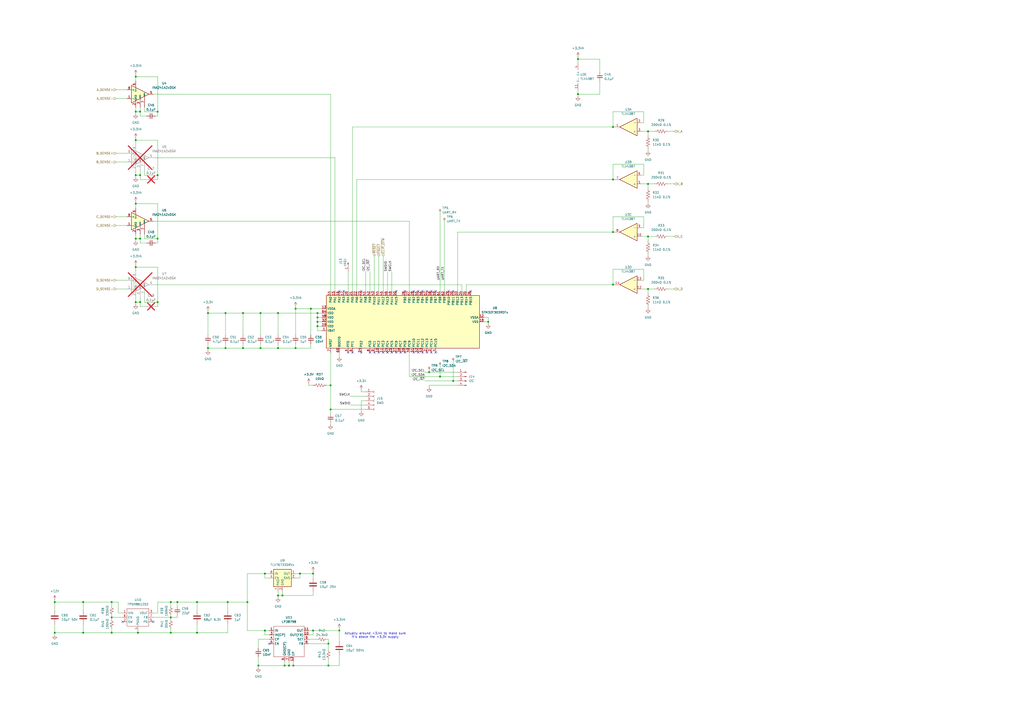
<source format=kicad_sch>
(kicad_sch (version 20231120) (generator "eeschema") (generator_version "8.0")
  (paper "A2")
  (junction (at 99.06 367.03))
  (junction (at 151.13 181.61))
  (junction (at 64.77 349.25))
  (junction (at 161.29 201.93))
  (junction (at 170.18 386.08))
  (junction (at 31.75 367.03))
  (junction (at 153.67 365.76))
  (junction (at 78.74 44.45))
  (junction (at 81.28 64.77))
  (junction (at 140.97 201.93))
  (junction (at 375.92 106.68))
  (junction (at 375.92 167.64))
  (junction (at 78.74 64.77))
  (junction (at 64.77 358.14))
  (junction (at 149.86 386.08))
  (junction (at 255.27 218.44))
  (junction (at 151.13 201.93))
  (junction (at 262.89 220.98))
  (junction (at 355.6 165.1))
  (junction (at 355.6 134.62))
  (junction (at 143.51 349.25))
  (junction (at 335.28 34.29))
  (junction (at 81.28 175.26))
  (junction (at 114.3 367.03))
  (junction (at 181.61 332.74))
  (junction (at 184.15 189.23))
  (junction (at 283.21 186.69))
  (junction (at 91.44 138.43))
  (junction (at 190.5 386.08))
  (junction (at 78.74 81.28))
  (junction (at 120.65 181.61))
  (junction (at 91.44 101.6))
  (junction (at 120.65 201.93))
  (junction (at 78.74 154.94))
  (junction (at 375.92 76.2))
  (junction (at 184.15 184.15))
  (junction (at 191.77 237.49))
  (junction (at 81.28 101.6))
  (junction (at 180.34 179.07))
  (junction (at 78.74 175.26))
  (junction (at 171.45 201.93))
  (junction (at 173.99 332.74))
  (junction (at 130.81 181.61))
  (junction (at 48.26 367.03))
  (junction (at 140.97 181.61))
  (junction (at 181.61 365.76))
  (junction (at 167.64 386.08))
  (junction (at 114.3 349.25))
  (junction (at 184.15 181.61))
  (junction (at 163.83 345.44))
  (junction (at 102.87 349.25))
  (junction (at 375.92 137.16))
  (junction (at 355.6 73.66))
  (junction (at 190.5 373.38))
  (junction (at 31.75 349.25))
  (junction (at 64.77 367.03))
  (junction (at 165.1 386.08))
  (junction (at 91.44 175.26))
  (junction (at 171.45 179.07))
  (junction (at 161.29 181.61))
  (junction (at 184.15 186.69))
  (junction (at 48.26 349.25))
  (junction (at 196.85 365.76))
  (junction (at 78.74 138.43))
  (junction (at 81.28 138.43))
  (junction (at 335.28 54.61))
  (junction (at 132.08 349.25))
  (junction (at 355.6 104.14))
  (junction (at 99.06 349.25))
  (junction (at 80.01 367.03))
  (junction (at 99.06 358.14))
  (junction (at 191.77 223.52))
  (junction (at 78.74 118.11))
  (junction (at 153.67 332.74))
  (junction (at 91.44 64.77))
  (junction (at 130.81 201.93))
  (junction (at 248.92 215.9))
  (junction (at 161.29 345.44))
  (junction (at 78.74 101.6))
  (no_connect (at 240.03 204.47))
  (no_connect (at 229.87 204.47))
  (no_connect (at 250.19 204.47))
  (no_connect (at 219.71 204.47))
  (no_connect (at 242.57 168.91))
  (no_connect (at 250.19 168.91))
  (no_connect (at 201.93 204.47))
  (no_connect (at 71.12 360.68))
  (no_connect (at 156.21 373.38))
  (no_connect (at 196.85 168.91))
  (no_connect (at 273.05 168.91))
  (no_connect (at 227.33 204.47))
  (no_connect (at 224.79 204.47))
  (no_connect (at 260.35 168.91))
  (no_connect (at 262.89 168.91))
  (no_connect (at 229.87 168.91))
  (no_connect (at 88.9 360.68))
  (no_connect (at 252.73 204.47))
  (no_connect (at 209.55 204.47))
  (no_connect (at 214.63 204.47))
  (no_connect (at 199.39 168.91))
  (no_connect (at 245.11 168.91))
  (no_connect (at 232.41 204.47))
  (no_connect (at 234.95 168.91))
  (no_connect (at 234.95 204.47))
  (no_connect (at 217.17 204.47))
  (no_connect (at 240.03 168.91))
  (no_connect (at 242.57 204.47))
  (no_connect (at 209.55 168.91))
  (no_connect (at 245.11 204.47))
  (no_connect (at 222.25 204.47))
  (no_connect (at 247.65 204.47))
  (no_connect (at 247.65 168.91))
  (no_connect (at 204.47 204.47))
  (no_connect (at 252.73 168.91))
  (wire (pts (xy 88.9 358.14) (xy 99.06 358.14)))
  (wire (pts (xy 356.87 104.14) (xy 355.6 104.14)))
  (wire (pts (xy 373.38 132.08) (xy 372.11 132.08)))
  (wire (pts (xy 143.51 332.74) (xy 143.51 349.25)))
  (wire (pts (xy 78.74 138.43) (xy 78.74 139.7)))
  (wire (pts (xy 81.28 64.77) (xy 78.74 64.77)))
  (wire (pts (xy 191.77 237.49) (xy 191.77 223.52)))
  (wire (pts (xy 78.74 116.84) (xy 78.74 118.11)))
  (wire (pts (xy 156.21 335.28) (xy 153.67 335.28)))
  (wire (pts (xy 280.67 184.15) (xy 283.21 184.15)))
  (wire (pts (xy 91.44 44.45) (xy 78.74 44.45)))
  (wire (pts (xy 237.49 204.47) (xy 237.49 218.44)))
  (wire (pts (xy 143.51 349.25) (xy 132.08 349.25)))
  (wire (pts (xy 181.61 331.47) (xy 181.61 332.74)))
  (wire (pts (xy 209.55 226.06) (xy 209.55 227.33)))
  (wire (pts (xy 372.11 76.2) (xy 375.92 76.2)))
  (wire (pts (xy 161.29 201.93) (xy 151.13 201.93)))
  (wire (pts (xy 90.17 104.14) (xy 91.44 104.14)))
  (wire (pts (xy 78.74 153.67) (xy 78.74 154.94)))
  (wire (pts (xy 31.75 367.03) (xy 31.75 368.3)))
  (wire (pts (xy 171.45 177.8) (xy 171.45 179.07)))
  (wire (pts (xy 255.27 210.82) (xy 255.27 218.44)))
  (wire (pts (xy 203.2 229.87) (xy 212.09 229.87)))
  (wire (pts (xy 212.09 232.41) (xy 209.55 232.41)))
  (wire (pts (xy 140.97 181.61) (xy 151.13 181.61)))
  (wire (pts (xy 184.15 191.77) (xy 184.15 189.23)))
  (wire (pts (xy 161.29 345.44) (xy 163.83 345.44)))
  (wire (pts (xy 181.61 368.3) (xy 181.61 365.76)))
  (wire (pts (xy 373.38 95.25) (xy 373.38 101.6)))
  (wire (pts (xy 163.83 345.44) (xy 163.83 342.9)))
  (wire (pts (xy 91.44 355.6) (xy 91.44 349.25)))
  (wire (pts (xy 335.28 54.61) (xy 335.28 55.88)))
  (wire (pts (xy 375.92 167.64) (xy 379.73 167.64)))
  (wire (pts (xy 190.5 370.84) (xy 190.5 373.38)))
  (wire (pts (xy 130.81 201.93) (xy 120.65 201.93)))
  (wire (pts (xy 161.29 199.39) (xy 161.29 201.93)))
  (wire (pts (xy 78.74 62.23) (xy 78.74 64.77)))
  (wire (pts (xy 130.81 199.39) (xy 130.81 201.93)))
  (wire (pts (xy 153.67 335.28) (xy 153.67 332.74)))
  (wire (pts (xy 48.26 349.25) (xy 48.26 354.33)))
  (wire (pts (xy 209.55 232.41) (xy 209.55 238.76)))
  (wire (pts (xy 48.26 361.95) (xy 48.26 367.03)))
  (wire (pts (xy 67.31 167.64) (xy 73.66 167.64)))
  (wire (pts (xy 99.06 358.14) (xy 99.06 359.41)))
  (wire (pts (xy 173.99 335.28) (xy 173.99 332.74)))
  (wire (pts (xy 170.18 383.54) (xy 170.18 386.08)))
  (wire (pts (xy 180.34 179.07) (xy 180.34 194.31)))
  (wire (pts (xy 83.82 99.06) (xy 83.82 101.6)))
  (wire (pts (xy 375.92 137.16) (xy 379.73 137.16)))
  (wire (pts (xy 91.44 349.25) (xy 99.06 349.25)))
  (wire (pts (xy 204.47 168.91) (xy 204.47 73.66)))
  (wire (pts (xy 237.49 218.44) (xy 255.27 218.44)))
  (wire (pts (xy 387.35 167.64) (xy 391.16 167.64)))
  (wire (pts (xy 64.77 356.87) (xy 64.77 358.14)))
  (wire (pts (xy 171.45 179.07) (xy 180.34 179.07)))
  (wire (pts (xy 171.45 335.28) (xy 173.99 335.28)))
  (wire (pts (xy 140.97 201.93) (xy 130.81 201.93)))
  (wire (pts (xy 265.43 134.62) (xy 355.6 134.62)))
  (wire (pts (xy 171.45 332.74) (xy 173.99 332.74)))
  (wire (pts (xy 68.58 349.25) (xy 64.77 349.25)))
  (wire (pts (xy 149.86 381) (xy 149.86 386.08)))
  (wire (pts (xy 31.75 347.98) (xy 31.75 349.25)))
  (wire (pts (xy 156.21 332.74) (xy 153.67 332.74)))
  (wire (pts (xy 83.82 138.43) (xy 91.44 138.43)))
  (wire (pts (xy 156.21 365.76) (xy 153.67 365.76)))
  (wire (pts (xy 246.38 215.9) (xy 248.92 215.9)))
  (wire (pts (xy 375.92 106.68) (xy 379.73 106.68)))
  (wire (pts (xy 194.31 91.44) (xy 194.31 168.91)))
  (wire (pts (xy 132.08 367.03) (xy 114.3 367.03)))
  (wire (pts (xy 196.85 372.11) (xy 196.85 365.76)))
  (wire (pts (xy 219.71 148.59) (xy 219.71 168.91)))
  (wire (pts (xy 186.69 186.69) (xy 184.15 186.69)))
  (wire (pts (xy 246.38 220.98) (xy 262.89 220.98)))
  (wire (pts (xy 355.6 165.1) (xy 356.87 165.1)))
  (wire (pts (xy 355.6 134.62) (xy 355.6 125.73)))
  (wire (pts (xy 78.74 64.77) (xy 78.74 66.04)))
  (wire (pts (xy 355.6 156.21) (xy 355.6 165.1)))
  (wire (pts (xy 91.44 177.8) (xy 91.44 175.26)))
  (wire (pts (xy 83.82 172.72) (xy 83.82 175.26)))
  (wire (pts (xy 85.09 104.14) (xy 81.28 104.14)))
  (wire (pts (xy 91.44 118.11) (xy 78.74 118.11)))
  (wire (pts (xy 186.69 191.77) (xy 184.15 191.77)))
  (wire (pts (xy 81.28 140.97) (xy 81.28 138.43)))
  (wire (pts (xy 99.06 364.49) (xy 99.06 367.03)))
  (wire (pts (xy 373.38 156.21) (xy 355.6 156.21)))
  (wire (pts (xy 67.31 57.15) (xy 73.66 57.15)))
  (wire (pts (xy 270.51 168.91) (xy 270.51 165.1)))
  (wire (pts (xy 132.08 361.95) (xy 132.08 367.03)))
  (wire (pts (xy 203.2 234.95) (xy 212.09 234.95)))
  (wire (pts (xy 181.61 345.44) (xy 163.83 345.44)))
  (wire (pts (xy 335.28 34.29) (xy 335.28 36.83)))
  (wire (pts (xy 68.58 355.6) (xy 68.58 349.25)))
  (wire (pts (xy 102.87 358.14) (xy 99.06 358.14)))
  (wire (pts (xy 90.17 177.8) (xy 91.44 177.8)))
  (wire (pts (xy 99.06 358.14) (xy 99.06 356.87)))
  (wire (pts (xy 375.92 76.2) (xy 379.73 76.2)))
  (wire (pts (xy 114.3 367.03) (xy 99.06 367.03)))
  (wire (pts (xy 283.21 184.15) (xy 283.21 186.69)))
  (wire (pts (xy 83.82 175.26) (xy 91.44 175.26)))
  (wire (pts (xy 207.01 104.14) (xy 355.6 104.14)))
  (wire (pts (xy 78.74 175.26) (xy 78.74 176.53)))
  (wire (pts (xy 132.08 349.25) (xy 132.08 354.33)))
  (wire (pts (xy 130.81 181.61) (xy 130.81 194.31)))
  (wire (pts (xy 255.27 218.44) (xy 265.43 218.44)))
  (wire (pts (xy 85.09 177.8) (xy 81.28 177.8)))
  (wire (pts (xy 167.64 383.54) (xy 167.64 386.08)))
  (wire (pts (xy 114.3 349.25) (xy 114.3 354.33)))
  (wire (pts (xy 335.28 33.02) (xy 335.28 34.29)))
  (wire (pts (xy 81.28 67.31) (xy 81.28 64.77)))
  (wire (pts (xy 375.92 86.36) (xy 375.92 87.63)))
  (wire (pts (xy 149.86 386.08) (xy 165.1 386.08)))
  (wire (pts (xy 170.18 386.08) (xy 167.64 386.08)))
  (wire (pts (xy 191.77 237.49) (xy 191.77 240.03)))
  (wire (pts (xy 184.15 184.15) (xy 184.15 181.61)))
  (wire (pts (xy 83.82 135.89) (xy 83.82 138.43)))
  (wire (pts (xy 196.85 379.73) (xy 196.85 386.08)))
  (wire (pts (xy 78.74 172.72) (xy 78.74 175.26)))
  (wire (pts (xy 78.74 118.11) (xy 78.74 120.65)))
  (wire (pts (xy 191.77 245.11) (xy 191.77 246.38)))
  (wire (pts (xy 375.92 106.68) (xy 375.92 109.22)))
  (wire (pts (xy 181.61 332.74) (xy 181.61 335.28)))
  (wire (pts (xy 207.01 168.91) (xy 207.01 104.14)))
  (wire (pts (xy 196.85 204.47) (xy 196.85 207.01)))
  (wire (pts (xy 81.28 62.23) (xy 81.28 64.77)))
  (wire (pts (xy 191.77 168.91) (xy 191.77 54.61)))
  (wire (pts (xy 78.74 99.06) (xy 78.74 101.6)))
  (wire (pts (xy 191.77 54.61) (xy 88.9 54.61)))
  (wire (pts (xy 373.38 162.56) (xy 373.38 156.21)))
  (wire (pts (xy 81.28 177.8) (xy 81.28 175.26)))
  (wire (pts (xy 180.34 199.39) (xy 180.34 201.93)))
  (wire (pts (xy 120.65 199.39) (xy 120.65 201.93)))
  (wire (pts (xy 375.92 116.84) (xy 375.92 118.11)))
  (wire (pts (xy 267.97 165.1) (xy 267.97 168.91)))
  (wire (pts (xy 153.67 365.76) (xy 143.51 365.76)))
  (wire (pts (xy 167.64 386.08) (xy 165.1 386.08)))
  (wire (pts (xy 179.07 370.84) (xy 184.15 370.84)))
  (wire (pts (xy 78.74 43.18) (xy 78.74 44.45)))
  (wire (pts (xy 88.9 355.6) (xy 91.44 355.6)))
  (wire (pts (xy 375.92 137.16) (xy 375.92 139.7)))
  (wire (pts (xy 255.27 121.92) (xy 255.27 168.91)))
  (wire (pts (xy 355.6 64.77) (xy 373.38 64.77)))
  (wire (pts (xy 335.28 52.07) (xy 335.28 54.61)))
  (wire (pts (xy 191.77 223.52) (xy 191.77 204.47)))
  (wire (pts (xy 88.9 165.1) (xy 267.97 165.1)))
  (wire (pts (xy 355.6 73.66) (xy 355.6 64.77)))
  (wire (pts (xy 78.74 44.45) (xy 78.74 46.99)))
  (wire (pts (xy 64.77 349.25) (xy 64.77 351.79)))
  (wire (pts (xy 90.17 67.31) (xy 91.44 67.31)))
  (wire (pts (xy 335.28 54.61) (xy 347.98 54.61)))
  (wire (pts (xy 149.86 370.84) (xy 149.86 375.92)))
  (wire (pts (xy 78.74 80.01) (xy 78.74 81.28)))
  (wire (pts (xy 91.44 104.14) (xy 91.44 101.6)))
  (wire (pts (xy 387.35 106.68) (xy 391.16 106.68)))
  (wire (pts (xy 375.92 167.64) (xy 375.92 170.18)))
  (wire (pts (xy 81.28 99.06) (xy 81.28 101.6)))
  (wire (pts (xy 372.11 137.16) (xy 375.92 137.16)))
  (wire (pts (xy 102.87 349.25) (xy 114.3 349.25)))
  (wire (pts (xy 64.77 367.03) (xy 80.01 367.03)))
  (wire (pts (xy 102.87 356.87) (xy 102.87 358.14)))
  (wire (pts (xy 373.38 125.73) (xy 373.38 132.08)))
  (wire (pts (xy 186.69 189.23) (xy 184.15 189.23)))
  (wire (pts (xy 355.6 104.14) (xy 355.6 95.25)))
  (wire (pts (xy 222.25 148.59) (xy 222.25 168.91)))
  (wire (pts (xy 120.65 180.34) (xy 120.65 181.61)))
  (wire (pts (xy 184.15 186.69) (xy 184.15 184.15)))
  (wire (pts (xy 99.06 349.25) (xy 99.06 351.79)))
  (wire (pts (xy 270.51 165.1) (xy 355.6 165.1)))
  (wire (pts (xy 173.99 332.74) (xy 181.61 332.74)))
  (wire (pts (xy 161.29 181.61) (xy 184.15 181.61)))
  (wire (pts (xy 189.23 223.52) (xy 191.77 223.52)))
  (wire (pts (xy 31.75 349.25) (xy 31.75 354.33)))
  (wire (pts (xy 91.44 64.77) (xy 91.44 44.45)))
  (wire (pts (xy 91.44 81.28) (xy 78.74 81.28)))
  (wire (pts (xy 170.18 386.08) (xy 190.5 386.08)))
  (wire (pts (xy 81.28 175.26) (xy 78.74 175.26)))
  (wire (pts (xy 248.92 223.52) (xy 248.92 224.79)))
  (wire (pts (xy 91.44 154.94) (xy 78.74 154.94)))
  (wire (pts (xy 161.29 181.61) (xy 161.29 194.31)))
  (wire (pts (xy 120.65 181.61) (xy 120.65 194.31)))
  (wire (pts (xy 204.47 73.66) (xy 355.6 73.66)))
  (wire (pts (xy 64.77 364.49) (xy 64.77 367.03)))
  (wire (pts (xy 80.01 365.76) (xy 80.01 367.03)))
  (wire (pts (xy 67.31 93.98) (xy 73.66 93.98)))
  (wire (pts (xy 102.87 349.25) (xy 102.87 351.79)))
  (wire (pts (xy 265.43 168.91) (xy 265.43 134.62)))
  (wire (pts (xy 78.74 135.89) (xy 78.74 138.43)))
  (wire (pts (xy 171.45 199.39) (xy 171.45 201.93)))
  (wire (pts (xy 120.65 201.93) (xy 120.65 203.2)))
  (wire (pts (xy 347.98 54.61) (xy 347.98 46.99)))
  (wire (pts (xy 64.77 349.25) (xy 48.26 349.25)))
  (wire (pts (xy 355.6 125.73) (xy 373.38 125.73)))
  (wire (pts (xy 151.13 199.39) (xy 151.13 201.93)))
  (wire (pts (xy 64.77 358.14) (xy 64.77 359.41)))
  (wire (pts (xy 64.77 367.03) (xy 48.26 367.03)))
  (wire (pts (xy 237.49 128.27) (xy 237.49 168.91)))
  (wire (pts (xy 184.15 181.61) (xy 186.69 181.61)))
  (wire (pts (xy 143.51 365.76) (xy 143.51 349.25)))
  (wire (pts (xy 83.82 101.6) (xy 91.44 101.6)))
  (wire (pts (xy 132.08 349.25) (xy 114.3 349.25)))
  (wire (pts (xy 356.87 73.66) (xy 355.6 73.66)))
  (wire (pts (xy 78.74 101.6) (xy 78.74 102.87)))
  (wire (pts (xy 99.06 367.03) (xy 80.01 367.03)))
  (wire (pts (xy 88.9 91.44) (xy 194.31 91.44)))
  (wire (pts (xy 201.93 157.48) (xy 201.93 168.91)))
  (wire (pts (xy 248.92 215.9) (xy 265.43 215.9)))
  (wire (pts (xy 248.92 213.36) (xy 248.92 215.9)))
  (wire (pts (xy 91.44 67.31) (xy 91.44 64.77)))
  (wire (pts (xy 181.61 365.76) (xy 179.07 365.76)))
  (wire (pts (xy 372.11 106.68) (xy 375.92 106.68)))
  (wire (pts (xy 161.29 342.9) (xy 161.29 345.44)))
  (wire (pts (xy 81.28 172.72) (xy 81.28 175.26)))
  (wire (pts (xy 280.67 186.69) (xy 283.21 186.69)))
  (wire (pts (xy 67.31 130.81) (xy 73.66 130.81)))
  (wire (pts (xy 67.31 52.07) (xy 73.66 52.07)))
  (wire (pts (xy 161.29 345.44) (xy 161.29 346.71)))
  (wire (pts (xy 64.77 358.14) (xy 71.12 358.14)))
  (wire (pts (xy 335.28 34.29) (xy 347.98 34.29)))
  (wire (pts (xy 373.38 101.6) (xy 372.11 101.6)))
  (wire (pts (xy 140.97 199.39) (xy 140.97 201.93)))
  (wire (pts (xy 355.6 95.25) (xy 373.38 95.25)))
  (wire (pts (xy 373.38 71.12) (xy 372.11 71.12)))
  (wire (pts (xy 217.17 148.59) (xy 217.17 168.91)))
  (wire (pts (xy 91.44 101.6) (xy 91.44 81.28)))
  (wire (pts (xy 114.3 361.95) (xy 114.3 367.03)))
  (wire (pts (xy 212.09 157.48) (xy 212.09 168.91)))
  (wire (pts (xy 283.21 186.69) (xy 283.21 187.96)))
  (wire (pts (xy 83.82 64.77) (xy 91.44 64.77)))
  (wire (pts (xy 81.28 101.6) (xy 78.74 101.6)))
  (wire (pts (xy 196.85 364.49) (xy 196.85 365.76)))
  (wire (pts (xy 347.98 34.29) (xy 347.98 41.91)))
  (wire (pts (xy 356.87 134.62) (xy 355.6 134.62)))
  (wire (pts (xy 151.13 181.61) (xy 161.29 181.61)))
  (wire (pts (xy 91.44 140.97) (xy 91.44 138.43)))
  (wire (pts (xy 262.89 220.98) (xy 265.43 220.98)))
  (wire (pts (xy 78.74 81.28) (xy 78.74 83.82)))
  (wire (pts (xy 67.31 162.56) (xy 73.66 162.56)))
  (wire (pts (xy 375.92 177.8) (xy 375.92 179.07)))
  (wire (pts (xy 67.31 125.73) (xy 73.66 125.73)))
  (wire (pts (xy 156.21 368.3) (xy 153.67 368.3)))
  (wire (pts (xy 99.06 349.25) (xy 102.87 349.25)))
  (wire (pts (xy 90.17 140.97) (xy 91.44 140.97)))
  (wire (pts (xy 257.81 127) (xy 257.81 168.91)))
  (wire (pts (xy 120.65 181.61) (xy 130.81 181.61)))
  (wire (pts (xy 78.74 154.94) (xy 78.74 157.48)))
  (wire (pts (xy 83.82 62.23) (xy 83.82 64.77)))
  (wire (pts (xy 81.28 104.14) (xy 81.28 101.6)))
  (wire (pts (xy 81.28 135.89) (xy 81.28 138.43)))
  (wire (pts (xy 179.07 373.38) (xy 190.5 373.38)))
  (wire (pts (xy 387.35 137.16) (xy 391.16 137.16)))
  (wire (pts (xy 48.26 349.25) (xy 31.75 349.25)))
  (wire (pts (xy 184.15 189.23) (xy 184.15 186.69)))
  (wire (pts (xy 91.44 138.43) (xy 91.44 118.11)))
  (wire (pts (xy 190.5 373.38) (xy 190.5 377.19)))
  (wire (pts (xy 373.38 162.56) (xy 372.11 162.56)))
  (wire (pts (xy 67.31 88.9) (xy 73.66 88.9)))
  (wire (pts (xy 372.11 167.64) (xy 375.92 167.64)))
  (wire (pts (xy 156.21 370.84) (xy 149.86 370.84)))
  (wire (pts (xy 387.35 76.2) (xy 391.16 76.2)))
  (wire (pts (xy 91.44 175.26) (xy 91.44 154.94)))
  (wire (pts (xy 375.92 76.2) (xy 375.92 78.74)))
  (wire (pts (xy 209.55 227.33) (xy 212.09 227.33)))
  (wire (pts (xy 224.79 157.48) (xy 224.79 168.91)))
  (wire (pts (xy 85.09 67.31) (xy 81.28 67.31)))
  (wire (pts (xy 171.45 194.31) (xy 171.45 179.07)))
  (wire (pts (xy 375.92 147.32) (xy 375.92 148.59)))
  (wire (pts (xy 262.89 208.28) (xy 262.89 220.98)))
  (wire (pts (xy 196.85 386.08) (xy 190.5 386.08)))
  (wire (pts (xy 180.34 179.07) (xy 186.69 179.07)))
  (wire (pts (xy 151.13 201.93) (xy 140.97 201.93)))
  (wire (pts (xy 212.09 237.49) (xy 191.77 237.49)))
  (wire (pts (xy 153.67 332.74) (xy 143.51 332.74)))
  (wire (pts (xy 81.28 138.43) (xy 78.74 138.43)))
  (wire (pts (xy 189.23 370.84) (xy 190.5 370.84)))
  (wire (pts (xy 88.9 128.27) (xy 237.49 128.27)))
  (wire (pts (xy 48.26 367.03) (xy 31.75 367.03)))
  (wire (pts (xy 71.12 355.6) (xy 68.58 355.6)))
  (wire (pts (xy 151.13 181.61) (xy 151.13 194.31)))
  (wire (pts (xy 31.75 367.03) (xy 31.75 361.95)))
  (wire (pts (xy 130.81 181.61) (xy 140.97 181.61)))
  (wire (pts (xy 181.61 342.9) (xy 181.61 345.44)))
  (wire (pts (xy 181.61 365.76) (xy 196.85 365.76)))
  (wire (pts (xy 265.43 223.52) (xy 248.92 223.52)))
  (wire (pts (xy 171.45 201.93) (xy 161.29 201.93)))
  (wire (pts (xy 180.34 201.93) (xy 171.45 201.93)))
  (wire (pts (xy 179.07 223.52) (xy 181.61 223.52)))
  (wire (pts (xy 190.5 382.27) (xy 190.5 386.08)))
  (wire (pts (xy 227.33 157.48) (xy 227.33 168.91)))
  (wire (pts (xy 186.69 184.15) (xy 184.15 184.15)))
  (wire (pts (xy 165.1 386.08) (xy 165.1 383.54)))
  (wire (pts (xy 179.07 368.3) (xy 181.61 368.3)))
  (wire (pts (xy 373.38 64.77) (xy 373.38 71.12)))
  (wire (pts (xy 149.86 386.08) (xy 149.86 387.35)))
  (wire (pts (xy 85.09 140.97) (xy 81.28 140.97)))
  (wire (pts (xy 179.07 222.25) (xy 179.07 223.52)))
  (wire (pts (xy 214.63 157.48) (xy 214.63 168.91)))
  (wire (pts (xy 153.67 368.3) (xy 153.67 365.76)))
  (wire (pts (xy 140.97 181.61) (xy 140.97 194.31)))
  (text "Actually around +3.4V to make sure\nit's above the +3.3V supply" (at 217.678 368.554 0) (effects (font (size 1.27 1.27))))
  (label "I2C_SDA" (at 246.38 218.44 180))
  (label "SWCLK" (at 227.33 157.48 90))
  (label "I2C_SCL" (at 212.09 157.48 90))
  (label "SWDIO" (at 203.2 234.95 180))
  (label "I2C_~{INT}" (at 246.38 220.98 180))
  (label "UART_RX" (at 255.27 162.56 90))
  (label "I2C_SCL" (at 246.38 215.9 180))
  (label "SWDIO" (at 224.79 157.48 90))
  (label "UART_TX" (at 257.81 162.56 90))
  (label "SWCLK" (at 203.2 229.87 180))
  (label "I2C_~{INT}" (at 214.63 157.48 90))
  (hierarchical_label "C_SENSE+" (shape input) (at 67.31 125.73 180))
  (hierarchical_label "~{RESET}" (shape bidirectional) (at 217.17 148.59 90))
  (hierarchical_label "V_A" (shape input) (at 391.16 76.2 0))
  (hierarchical_label "~{FAULT}" (shape input) (at 219.71 148.59 90))
  (hierarchical_label "V_C" (shape input) (at 391.16 137.16 0))
  (hierarchical_label "B_SENSE+" (shape input) (at 67.31 88.9 180))
  (hierarchical_label "A_SENSE-" (shape input) (at 67.31 57.15 180))
  (hierarchical_label "C_SENSE-" (shape input) (at 67.31 130.81 180))
  (hierarchical_label "V_D" (shape input) (at 391.16 167.64 0))
  (hierarchical_label "V_B" (shape input) (at 391.16 106.68 0))
  (hierarchical_label "B_SENSE-" (shape input) (at 67.31 93.98 180))
  (hierarchical_label "D_SENSE+" (shape input) (at 67.31 162.56 180))
  (hierarchical_label "D_SENSE-" (shape input) (at 67.31 167.64 180))
  (hierarchical_label "~{CLIP_OTW}" (shape input) (at 222.25 148.59 90))
  (hierarchical_label "A_SENSE+" (shape input) (at 67.31 52.07 180))
  (symbol (lib_id "BW_Active:TPSM861252") (at 80.01 358.14 0) (unit 1)
    (property "Reference" "U10" (at 80.01 347.98 0))
    (property "Value" "TPSM861252" (at 80.01 350.52 0))
    (property "Footprint" "BW_Active:TI_QFN-FCMOD" (effects (hide yes)))
    (property "Datasheet" "https://www.ti.com/lit/ds/symlink/tpsm861252.pdf" (effects (hide yes)))
    (property "Description" "Buck module, 1A, 3-17Vin, 0.6-10Vout, Eco mode" (effects (hide yes)))
  )
  (symbol (lib_id "power:GND") (at 248.92 224.79 0) (unit 1)
    (property "Reference" "#PWR045" (effects (hide yes)))
    (property "Value" "GND" (at 248.92 229.87 0))
    (property "Description" "Power symbol creates a global label with name \"GND\" , ground" (effects (hide yes)))
  )
  (symbol (lib_id "Device:R_Small_US") (at 99.06 361.95 0) (unit 1)
    (property "Reference" "R41" (at 93.98 361.95 90))
    (property "Value" "30kΩ" (at 96.52 361.95 90))
    (property "Footprint" "Resistor_SMD:R_0603_1608Metric" (effects (hide yes)))
    (property "Description" "Resistor, small US symbol" (effects (hide yes)))
  )
  (symbol (lib_id "power:+3.3VA") (at 78.74 43.18 0) (unit 1)
    (property "Reference" "#PWR026" (effects (hide yes)))
    (property "Value" "+3.3VA" (at 78.74 38.1 0))
    (property "Description" "Power symbol creates a global label with name \"+3.3VA\"" (effects (hide yes)))
  )
  (symbol (lib_id "Device:C") (at 181.61 339.09 0) (unit 1)
    (property "Reference" "C58" (at 185.42 337.8199 0) (effects (justify left)))
    (property "Value" "10µF 25V" (at 185.42 340.3599 0) (effects (justify left)))
    (property "Footprint" "Capacitor_SMD:C_0805_2012Metric" (effects (hide yes)))
    (property "Description" "Unpolarized capacitor" (effects (hide yes)))
  )
  (symbol (lib_id "Device:C") (at 196.85 375.92 0) (unit 1)
    (property "Reference" "C64" (at 200.66 374.6499 0) (effects (justify left)))
    (property "Value" "10µF 50Vs" (at 200.66 377.1899 0) (effects (justify left)))
    (property "Footprint" "Capacitor_SMD:C_0805_2012Metric" (effects (hide yes)))
    (property "Description" "Unpolarized capacitor" (effects (hide yes)))
  )
  (symbol (lib_id "power:+3.3VA") (at 78.74 116.84 0) (unit 1)
    (property "Reference" "#PWR032" (effects (hide yes)))
    (property "Value" "+3.3VA" (at 78.74 111.76 0))
    (property "Description" "Power symbol creates a global label with name \"+3.3VA\"" (effects (hide yes)))
  )
  (symbol (lib_id "Amplifier_Current:INA241A2xDGK") (at 81.28 54.61 0) (unit 1)
    (property "Reference" "U4" (at 95.25 48.2914 0))
    (property "Value" "INA241A2xDGK" (at 95.25 50.8314 0))
    (property "Footprint" "Package_SO:VSSOP-8_3x3mm_P0.65mm" (effects (hide yes)))
    (property "Datasheet" "https://www.ti.com/lit/ds/symlink/ina241b.pdf" (effects (hide yes)))
    (property "Description" "High- and Low-Side, Bidirectional, Zero-Drift, Current-Sense Amplifier With Enhanced PWM Rejection, 20V/V, ±0.01% Gain Accuracy, ±10 μV Offset Voltage, VSSOP-8" (effects (hide yes)))
  )
  (symbol (lib_id "Device:R_US") (at 185.42 223.52 90) (unit 1)
    (property "Reference" "R37" (at 185.42 217.17 90))
    (property "Value" "10kΩ" (at 185.42 219.71 90))
    (property "Footprint" "Resistor_SMD:R_0603_1608Metric" (effects (hide yes)))
    (property "Description" "Resistor, US symbol" (effects (hide yes)))
  )
  (symbol (lib_id "Device:Opamp_Quad") (at 364.49 134.62 180) (unit 3)
    (property "Reference" "U3" (at 364.49 124.46 0))
    (property "Value" "TLV4387" (at 364.49 127 0))
    (property "Footprint" "Package_SO:TSSOP-14_4.4x5mm_P0.65mm" (effects (hide yes)))
    (property "Description" "Quad operational amplifier" (effects (hide yes)))
    (property "Sim.Library" "${KICAD7_SYMBOL_DIR}/Simulation_SPICE.sp" (effects (hide yes)))
    (property "Sim.Name" "kicad_builtin_opamp_quad" (effects (hide yes)))
    (property "Sim.Device" "SUBCKT" (effects (hide yes)))
    (property "Sim.Pins" "1=out1 2=in1- 3=in1+ 4=vcc 5=in2+ 6=in2- 7=out2 8=out3 9=in3- 10=in3+ 11=vee 12=in4+ 13=in4- 14=out4" (effects (hide yes)))
  )
  (symbol (lib_id "Device:C_Small") (at 149.86 378.46 0) (unit 1)
    (property "Reference" "C65" (at 152.4 377.1962 0) (effects (justify left)))
    (property "Value" "10nF" (at 152.4 379.7362 0) (effects (justify left)))
    (property "Footprint" "Capacitor_SMD:C_0603_1608Metric" (effects (hide yes)))
    (property "Description" "Unpolarized capacitor, small symbol" (effects (hide yes)))
  )
  (symbol (lib_id "Device:Opamp_Quad") (at 337.82 44.45 0) (unit 5)
    (property "Reference" "U3" (at 336.55 43.1799 0) (effects (justify left)))
    (property "Value" "TLV4387" (at 336.55 45.7199 0) (effects (justify left)))
    (property "Footprint" "Package_SO:TSSOP-14_4.4x5mm_P0.65mm" (effects (hide yes)))
    (property "Description" "Quad operational amplifier" (effects (hide yes)))
    (property "Sim.Library" "${KICAD7_SYMBOL_DIR}/Simulation_SPICE.sp" (effects (hide yes)))
    (property "Sim.Name" "kicad_builtin_opamp_quad" (effects (hide yes)))
    (property "Sim.Device" "SUBCKT" (effects (hide yes)))
    (property "Sim.Pins" "1=out1 2=in1- 3=in1+ 4=vcc 5=in2+ 6=in2- 7=out2 8=out3 9=in3- 10=in3+ 11=vee 12=in4+ 13=in4- 14=out4" (effects (hide yes)))
  )
  (symbol (lib_id "power:GND") (at 196.85 207.01 0) (unit 1)
    (property "Reference" "#PWR043" (effects (hide yes)))
    (property "Value" "GND" (at 196.85 212.09 0))
    (property "Description" "Power symbol creates a global label with name \"GND\" , ground" (effects (hide yes)))
  )
  (symbol (lib_id "Device:C") (at 114.3 358.14 0) (unit 1)
    (property "Reference" "C62" (at 118.11 356.8699 0) (effects (justify left)))
    (property "Value" "68µF 6.3V" (at 118.11 359.4099 0) (effects (justify left)))
    (property "Footprint" "Capacitor_SMD:C_1206_3216Metric" (effects (hide yes)))
    (property "Description" "Unpolarized capacitor" (effects (hide yes)))
  )
  (symbol (lib_id "Device:R_US") (at 375.92 173.99 180) (unit 1)
    (property "Reference" "R36" (at 378.46 172.7199 0) (effects (justify right)))
    (property "Value" "11kΩ 0.1%" (at 378.46 175.2599 0) (effects (justify right)))
    (property "Footprint" "Resistor_SMD:R_0603_1608Metric" (effects (hide yes)))
    (property "Description" "Resistor, US symbol" (effects (hide yes)))
  )
  (symbol (lib_id "Device:C_Small") (at 180.34 196.85 0) (unit 1)
    (property "Reference" "C56" (at 182.88 195.5862 0) (effects (justify left)))
    (property "Value" "10nF" (at 182.88 198.1262 0) (effects (justify left)))
    (property "Footprint" "Capacitor_SMD:C_0603_1608Metric" (effects (hide yes)))
    (property "Description" "Unpolarized capacitor, small symbol" (effects (hide yes)))
  )
  (symbol (lib_id "Amplifier_Current:INA241A2xDGK") (at 81.28 91.44 0) (unit 1) (dnp yes)
    (property "Reference" "U5" (at 95.25 85.1214 0))
    (property "Value" "INA241A2xDGK" (at 95.25 87.6614 0))
    (property "Footprint" "Package_SO:VSSOP-8_3x3mm_P0.65mm" (effects (hide yes)))
    (property "Datasheet" "https://www.ti.com/lit/ds/symlink/ina241b.pdf" (effects (hide yes)))
    (property "Description" "High- and Low-Side, Bidirectional, Zero-Drift, Current-Sense Amplifier With Enhanced PWM Rejection, 20V/V, ±0.01% Gain Accuracy, ±10 μV Offset Voltage, VSSOP-8" (effects (hide yes)))
  )
  (symbol (lib_id "power:+3.3VA") (at 335.28 33.02 0) (unit 1)
    (property "Reference" "#PWR025" (effects (hide yes)))
    (property "Value" "+3.3VA" (at 335.28 27.94 0))
    (property "Description" "Power symbol creates a global label with name \"+3.3VA\"" (effects (hide yes)))
  )
  (symbol (lib_id "power:GND") (at 283.21 187.96 0) (unit 1)
    (property "Reference" "#PWR041" (effects (hide yes)))
    (property "Value" "GND" (at 283.21 193.04 0))
    (property "Description" "Power symbol creates a global label with name \"GND\" , ground" (effects (hide yes)))
  )
  (symbol (lib_id "Device:C_Small") (at 191.77 242.57 0) (unit 1)
    (property "Reference" "C57" (at 194.31 241.3062 0) (effects (justify left)))
    (property "Value" "0.1µF" (at 194.31 243.8462 0) (effects (justify left)))
    (property "Footprint" "Capacitor_SMD:C_0603_1608Metric" (effects (hide yes)))
    (property "Description" "Unpolarized capacitor, small symbol" (effects (hide yes)))
  )
  (symbol (lib_id "power:+3.3VA") (at 196.85 364.49 0) (unit 1)
    (property "Reference" "#PWR052" (effects (hide yes)))
    (property "Value" "+3.3VA" (at 196.85 359.41 0))
    (property "Description" "Power symbol creates a global label with name \"+3.3VA\"" (effects (hide yes)))
  )
  (symbol (lib_id "Connector:TestPoint_Small") (at 248.92 213.36 0) (unit 1)
    (property "Reference" "TP9" (at 250.19 212.0899 0) (effects (justify left)))
    (property "Value" "I2C_SCL" (at 250.19 214.6299 0) (effects (justify left)))
    (property "Footprint" "BW_PassiveMechanical:TP_0603_1608Metric_Fused" (effects (hide yes)))
    (property "Description" "test point" (effects (hide yes)))
  )
  (symbol (lib_id "Device:R_US") (at 383.54 106.68 270) (unit 1)
    (property "Reference" "R31" (at 383.54 100.33 90))
    (property "Value" "200kΩ 0.1%" (at 383.54 102.87 90))
    (property "Footprint" "Resistor_SMD:R_0603_1608Metric" (effects (hide yes)))
    (property "Description" "Resistor, US symbol" (effects (hide yes)))
  )
  (symbol (lib_id "power:+3.3VA") (at 171.45 177.8 0) (unit 1)
    (property "Reference" "#PWR038" (effects (hide yes)))
    (property "Value" "+3.3VA" (at 171.45 172.72 0))
    (property "Description" "Power symbol creates a global label with name \"+3.3VA\"" (effects (hide yes)))
  )
  (symbol (lib_id "Device:R_Small_US") (at 190.5 379.73 0) (unit 1)
    (property "Reference" "R43" (at 185.42 379.73 90))
    (property "Value" "13.3kΩ" (at 187.96 379.73 90))
    (property "Footprint" "Resistor_SMD:R_0603_1608Metric" (effects (hide yes)))
    (property "Description" "Resistor, small US symbol" (effects (hide yes)))
  )
  (symbol (lib_id "BW_Active:LP38798") (at 167.64 372.11 0) (unit 1)
    (property "Reference" "U11" (at 167.64 358.14 0))
    (property "Value" "LP38798" (at 167.64 360.68 0))
    (property "Footprint" "Package_SON:WSON-12-1EP_4x4mm_P0.5mm_EP2.6x3mm" (effects (hide yes)))
    (property "Datasheet" "https://www.ti.com/lit/ds/symlink/lp38798.pdf" (effects (hide yes)))
    (property "Description" "LDO, 0.8A, very low noise" (effects (hide yes)))
  )
  (symbol (lib_id "Device:R_Small_US") (at 99.06 354.33 0) (unit 1)
    (property "Reference" "R39" (at 93.98 354.33 90))
    (property "Value" "169kΩ" (at 96.52 354.33 90))
    (property "Footprint" "Resistor_SMD:R_0603_1608Metric" (effects (hide yes)))
    (property "Description" "Resistor, small US symbol" (effects (hide yes)))
  )
  (symbol (lib_id "Device:R_Small_US") (at 64.77 361.95 0) (unit 1)
    (property "Reference" "R40" (at 59.69 361.95 90))
    (property "Value" "100kΩ" (at 62.23 361.95 90))
    (property "Footprint" "Resistor_SMD:R_0603_1608Metric" (effects (hide yes)))
    (property "Description" "Resistor, small US symbol" (effects (hide yes)))
  )
  (symbol (lib_id "Device:C_Small") (at 140.97 196.85 0) (unit 1)
    (property "Reference" "C52" (at 143.51 195.5862 0) (effects (justify left)))
    (property "Value" "0.1µF" (at 143.51 198.1262 0) (effects (justify left)))
    (property "Footprint" "Capacitor_SMD:C_0603_1608Metric" (effects (hide yes)))
    (property "Description" "Unpolarized capacitor, small symbol" (effects (hide yes)))
  )
  (symbol (lib_id "Device:R_US") (at 383.54 76.2 270) (unit 1)
    (property "Reference" "R29" (at 383.54 69.85 90))
    (property "Value" "200kΩ 0.1%" (at 383.54 72.39 90))
    (property "Footprint" "Resistor_SMD:R_0603_1608Metric" (effects (hide yes)))
    (property "Description" "Resistor, US symbol" (effects (hide yes)))
  )
  (symbol (lib_id "MCU_ST_STM32F3:STM32F303RDTx") (at 234.95 186.69 90) (unit 1)
    (property "Reference" "U8" (at 287.02 178.6538 90))
    (property "Value" "STM32F303RDTx" (at 287.02 181.1938 90))
    (property "Footprint" "Package_QFP:LQFP-64_10x10mm_P0.5mm" (effects (hide yes)))
    (property "Datasheet" "https://www.st.com/resource/en/datasheet/stm32f303rd.pdf" (effects (hide yes)))
    (property "Description" "STMicroelectronics Arm Cortex-M4 MCU, 384KB flash, 80KB RAM, 72 MHz, 2.0-3.6V, 51 GPIO, LQFP64" (effects (hide yes)))
  )
  (symbol (lib_id "Device:R_US") (at 375.92 143.51 180) (unit 1)
    (property "Reference" "R34" (at 378.46 142.2399 0) (effects (justify right)))
    (property "Value" "11kΩ 0.1%" (at 378.46 144.7799 0) (effects (justify right)))
    (property "Footprint" "Resistor_SMD:R_0603_1608Metric" (effects (hide yes)))
    (property "Description" "Resistor, US symbol" (effects (hide yes)))
  )
  (symbol (lib_id "Device:R_Small_US") (at 64.77 354.33 0) (unit 1)
    (property "Reference" "R38" (at 59.69 354.33 90))
    (property "Value" "330kΩ" (at 62.23 354.33 90))
    (property "Footprint" "Resistor_SMD:R_0603_1608Metric" (effects (hide yes)))
    (property "Description" "Resistor, small US symbol" (effects (hide yes)))
  )
  (symbol (lib_id "Device:C_Small") (at 87.63 67.31 90) (unit 1)
    (property "Reference" "C46" (at 87.6363 60.96 90))
    (property "Value" "0.1µF" (at 87.6363 63.5 90))
    (property "Footprint" "Capacitor_SMD:C_0603_1608Metric" (effects (hide yes)))
    (property "Description" "Unpolarized capacitor, small symbol" (effects (hide yes)))
  )
  (symbol (lib_id "Device:C_Small") (at 151.13 196.85 0) (unit 1)
    (property "Reference" "C53" (at 153.67 195.5862 0) (effects (justify left)))
    (property "Value" "0.1µF" (at 153.67 198.1262 0) (effects (justify left)))
    (property "Footprint" "Capacitor_SMD:C_0603_1608Metric" (effects (hide yes)))
    (property "Description" "Unpolarized capacitor, small symbol" (effects (hide yes)))
  )
  (symbol (lib_id "Device:R_US") (at 375.92 113.03 180) (unit 1)
    (property "Reference" "R32" (at 378.46 111.7599 0) (effects (justify right)))
    (property "Value" "11kΩ 0.1%" (at 378.46 114.2999 0) (effects (justify right)))
    (property "Footprint" "Resistor_SMD:R_0603_1608Metric" (effects (hide yes)))
    (property "Description" "Resistor, US symbol" (effects (hide yes)))
  )
  (symbol (lib_id "Device:R_US") (at 383.54 167.64 270) (unit 1)
    (property "Reference" "R35" (at 383.54 161.29 90))
    (property "Value" "200kΩ 0.1%" (at 383.54 163.83 90))
    (property "Footprint" "Resistor_SMD:R_0603_1608Metric" (effects (hide yes)))
    (property "Description" "Resistor, US symbol" (effects (hide yes)))
  )
  (symbol (lib_id "power:GND") (at 78.74 176.53 0) (unit 1)
    (property "Reference" "#PWR037" (effects (hide yes)))
    (property "Value" "GND" (at 78.74 181.61 0))
    (property "Description" "Power symbol creates a global label with name \"GND\" , ground" (effects (hide yes)))
  )
  (symbol (lib_id "Device:C") (at 132.08 358.14 0) (unit 1)
    (property "Reference" "C63" (at 135.89 356.8699 0) (effects (justify left)))
    (property "Value" "1µF" (at 135.89 359.4099 0) (effects (justify left)))
    (property "Footprint" "Capacitor_SMD:C_0603_1608Metric" (effects (hide yes)))
    (property "Description" "Unpolarized capacitor" (effects (hide yes)))
  )
  (symbol (lib_id "power:+3.3V") (at 120.65 180.34 0) (unit 1)
    (property "Reference" "#PWR040" (effects (hide yes)))
    (property "Value" "+3.3V" (at 120.65 175.26 0))
    (property "Description" "Power symbol creates a global label with name \"+3.3V\"" (effects (hide yes)))
  )
  (symbol (lib_id "Device:R_US") (at 375.92 82.55 180) (unit 1)
    (property "Reference" "R30" (at 378.46 81.2799 0) (effects (justify right)))
    (property "Value" "11kΩ 0.1%" (at 378.46 83.8199 0) (effects (justify right)))
    (property "Footprint" "Resistor_SMD:R_0603_1608Metric" (effects (hide yes)))
    (property "Description" "Resistor, US symbol" (effects (hide yes)))
  )
  (symbol (lib_id "power:GND") (at 120.65 203.2 0) (unit 1)
    (property "Reference" "#PWR042" (effects (hide yes)))
    (property "Value" "GND" (at 120.65 208.28 0))
    (property "Description" "Power symbol creates a global label with name \"GND\" , ground" (effects (hide yes)))
  )
  (symbol (lib_id "Device:C") (at 48.26 358.14 0) (unit 1)
    (property "Reference" "C61" (at 52.07 356.8699 0) (effects (justify left)))
    (property "Value" "0.1µF" (at 52.07 359.4099 0) (effects (justify left)))
    (property "Footprint" "Capacitor_SMD:C_0603_1608Metric" (effects (hide yes)))
    (property "Description" "Unpolarized capacitor" (effects (hide yes)))
  )
  (symbol (lib_id "power:+12V") (at 31.75 347.98 0) (unit 1)
    (property "Reference" "#PWR051" (effects (hide yes)))
    (property "Value" "+12V" (at 31.75 342.9 0))
    (property "Description" "Power symbol creates a global label with name \"+12V\"" (effects (hide yes)))
  )
  (symbol (lib_id "Device:C_Small") (at 161.29 196.85 0) (unit 1)
    (property "Reference" "C54" (at 163.83 195.5862 0) (effects (justify left)))
    (property "Value" "0.1µF" (at 163.83 198.1262 0) (effects (justify left)))
    (property "Footprint" "Capacitor_SMD:C_0603_1608Metric" (effects (hide yes)))
    (property "Description" "Unpolarized capacitor, small symbol" (effects (hide yes)))
  )
  (symbol (lib_id "power:GND") (at 149.86 387.35 0) (unit 1)
    (property "Reference" "#PWR054" (effects (hide yes)))
    (property "Value" "GND" (at 149.86 392.43 0))
    (property "Description" "Power symbol creates a global label with name \"GND\" , ground" (effects (hide yes)))
  )
  (symbol (lib_id "Connector:TestPoint_Small") (at 257.81 127 0) (unit 1)
    (property "Reference" "TP6" (at 259.08 125.7299 0) (effects (justify left)))
    (property "Value" "UART_TX" (at 259.08 128.2699 0) (effects (justify left)))
    (property "Footprint" "BW_PassiveMechanical:TP_0603_1608Metric_Fused" (effects (hide yes)))
    (property "Description" "test point" (effects (hide yes)))
  )
  (symbol (lib_id "Device:Opamp_Quad") (at 364.49 104.14 180) (unit 2)
    (property "Reference" "U3" (at 364.49 93.98 0))
    (property "Value" "TLV4387" (at 364.49 96.52 0))
    (property "Footprint" "Package_SO:TSSOP-14_4.4x5mm_P0.65mm" (effects (hide yes)))
    (property "Description" "Quad operational amplifier" (effects (hide yes)))
    (property "Sim.Library" "${KICAD7_SYMBOL_DIR}/Simulation_SPICE.sp" (effects (hide yes)))
    (property "Sim.Name" "kicad_builtin_opamp_quad" (effects (hide yes)))
    (property "Sim.Device" "SUBCKT" (effects (hide yes)))
    (property "Sim.Pins" "1=out1 2=in1- 3=in1+ 4=vcc 5=in2+ 6=in2- 7=out2 8=out3 9=in3- 10=in3+ 11=vee 12=in4+ 13=in4- 14=out4" (effects (hide yes)))
  )
  (symbol (lib_id "Device:C_Small") (at 87.63 140.97 90) (unit 1)
    (property "Reference" "C48" (at 87.6363 134.62 90))
    (property "Value" "0.1µF" (at 87.6363 137.16 90))
    (property "Footprint" "Capacitor_SMD:C_0603_1608Metric" (effects (hide yes)))
    (property "Description" "Unpolarized capacitor, small symbol" (effects (hide yes)))
  )
  (symbol (lib_id "Connector:TestPoint_Small") (at 255.27 121.92 0) (unit 1)
    (property "Reference" "TP5" (at 256.54 120.6499 0) (effects (justify left)))
    (property "Value" "UART_RX" (at 256.54 123.1899 0) (effects (justify left)))
    (property "Footprint" "BW_PassiveMechanical:TP_0603_1608Metric_Fused" (effects (hide yes)))
    (property "Description" "test point" (effects (hide yes)))
  )
  (symbol (lib_id "Device:Opamp_Quad") (at 364.49 165.1 180) (unit 4)
    (property "Reference" "U3" (at 364.49 154.94 0))
    (property "Value" "TLV4387" (at 364.49 157.48 0))
    (property "Footprint" "Package_SO:TSSOP-14_4.4x5mm_P0.65mm" (effects (hide yes)))
    (property "Description" "Quad operational amplifier" (effects (hide yes)))
    (property "Sim.Library" "${KICAD7_SYMBOL_DIR}/Simulation_SPICE.sp" (effects (hide yes)))
    (property "Sim.Name" "kicad_builtin_opamp_quad" (effects (hide yes)))
    (property "Sim.Device" "SUBCKT" (effects (hide yes)))
    (property "Sim.Pins" "1=out1 2=in1- 3=in1+ 4=vcc 5=in2+ 6=in2- 7=out2 8=out3 9=in3- 10=in3+ 11=vee 12=in4+ 13=in4- 14=out4" (effects (hide yes)))
  )
  (symbol (lib_id "power:GND") (at 375.92 87.63 0) (unit 1)
    (property "Reference" "#PWR030" (effects (hide yes)))
    (property "Value" "GND" (at 375.92 92.71 0))
    (property "Description" "Power symbol creates a global label with name \"GND\" , ground" (effects (hide yes)))
  )
  (symbol (lib_id "power:GND") (at 375.92 118.11 0) (unit 1)
    (property "Reference" "#PWR033" (effects (hide yes)))
    (property "Value" "GND" (at 375.92 123.19 0))
    (property "Description" "Power symbol creates a global label with name \"GND\" , ground" (effects (hide yes)))
  )
  (symbol (lib_id "Connector:TestPoint_Small") (at 262.89 208.28 0) (unit 1)
    (property "Reference" "TP7" (at 264.16 207.0099 0) (effects (justify left)))
    (property "Value" "I2C_~{INT}" (at 264.16 209.5499 0) (effects (justify left)))
    (property "Footprint" "BW_PassiveMechanical:TP_0603_1608Metric_Fused" (effects (hide yes)))
    (property "Description" "test point" (effects (hide yes)))
  )
  (symbol (lib_id "Device:R_US") (at 383.54 137.16 270) (unit 1)
    (property "Reference" "R33" (at 383.54 130.81 90))
    (property "Value" "200kΩ 0.1%" (at 383.54 133.35 90))
    (property "Footprint" "Resistor_SMD:R_0603_1608Metric" (effects (hide yes)))
    (property "Description" "Resistor, US symbol" (effects (hide yes)))
  )
  (symbol (lib_id "power:GND") (at 78.74 139.7 0) (unit 1)
    (property "Reference" "#PWR034" (effects (hide yes)))
    (property "Value" "GND" (at 78.74 144.78 0))
    (property "Description" "Power symbol creates a global label with name \"GND\" , ground" (effects (hide yes)))
  )
  (symbol (lib_id "Amplifier_Current:INA241A2xDGK") (at 81.28 165.1 0) (unit 1) (dnp yes)
    (property "Reference" "U7" (at 95.25 158.7814 0))
    (property "Value" "INA241A2xDGK" (at 95.25 161.3214 0))
    (property "Footprint" "Package_SO:VSSOP-8_3x3mm_P0.65mm" (effects (hide yes)))
    (property "Datasheet" "https://www.ti.com/lit/ds/symlink/ina241b.pdf" (effects (hide yes)))
    (property "Description" "High- and Low-Side, Bidirectional, Zero-Drift, Current-Sense Amplifier With Enhanced PWM Rejection, 20V/V, ±0.01% Gain Accuracy, ±10 μV Offset Voltage, VSSOP-8" (effects (hide yes)))
  )
  (symbol (lib_id "power:GND") (at 78.74 102.87 0) (unit 1)
    (property "Reference" "#PWR031" (effects (hide yes)))
    (property "Value" "GND" (at 78.74 107.95 0))
    (property "Description" "Power symbol creates a global label with name \"GND\" , ground" (effects (hide yes)))
  )
  (symbol (lib_id "Connector:Conn_01x05_Socket") (at 217.17 232.41 0) (unit 1)
    (property "Reference" "J15" (at 218.44 231.1399 0) (effects (justify left)))
    (property "Value" "SWD" (at 218.44 233.6799 0) (effects (justify left)))
    (property "Footprint" "Connector_PinSocket_1.27mm:PinSocket_1x05_P1.27mm_Vertical_SMD_Pin1Right" (effects (hide yes)))
    (property "Description" "Generic connector, single row, 01x05, script generated" (effects (hide yes)))
  )
  (symbol (lib_id "Device:Opamp_Quad") (at 364.49 73.66 180) (unit 1)
    (property "Reference" "U3" (at 364.49 63.5 0))
    (property "Value" "TLV4387" (at 364.49 66.04 0))
    (property "Footprint" "Package_SO:TSSOP-14_4.4x5mm_P0.65mm" (effects (hide yes)))
    (property "Description" "Quad operational amplifier" (effects (hide yes)))
    (property "Sim.Library" "${KICAD7_SYMBOL_DIR}/Simulation_SPICE.sp" (effects (hide yes)))
    (property "Sim.Name" "kicad_builtin_opamp_quad" (effects (hide yes)))
    (property "Sim.Device" "SUBCKT" (effects (hide yes)))
    (property "Sim.Pins" "1=out1 2=in1- 3=in1+ 4=vcc 5=in2+ 6=in2- 7=out2 8=out3 9=in3- 10=in3+ 11=vee 12=in4+ 13=in4- 14=out4" (effects (hide yes)))
  )
  (symbol (lib_id "Connector:Conn_01x04_Pin") (at 270.51 218.44 0) (mirror y) (unit 1)
    (property "Reference" "J14" (at 271.78 218.4399 0) (effects (justify right)))
    (property "Value" "I2C" (at 271.78 220.9799 0) (effects (justify right)))
    (property "Footprint" "BW_Connectors:Amphenol_MINITEK_0.8_4P_V_BoardEdge" (effects (hide yes)))
    (property "Description" "Generic connector, single row, 01x04, script generated" (effects (hide yes)))
  )
  (symbol (lib_id "Device:C_Small") (at 120.65 196.85 0) (unit 1)
    (property "Reference" "C50" (at 123.19 195.5862 0) (effects (justify left)))
    (property "Value" "4.7µF" (at 123.19 198.1262 0) (effects (justify left)))
    (property "Footprint" "Capacitor_SMD:C_0603_1608Metric" (effects (hide yes)))
    (property "Description" "Unpolarized capacitor, small symbol" (effects (hide yes)))
  )
  (symbol (lib_id "Device:C_Small") (at 87.63 104.14 90) (unit 1) (dnp yes)
    (property "Reference" "C47" (at 87.6363 97.79 90))
    (property "Value" "0.1µF" (at 87.6363 100.33 90))
    (property "Footprint" "Capacitor_SMD:C_0603_1608Metric" (effects (hide yes)))
    (property "Description" "Unpolarized capacitor, small symbol" (effects (hide yes)))
  )
  (symbol (lib_id "power:GND") (at 161.29 346.71 0) (unit 1)
    (property "Reference" "#PWR050" (effects (hide yes)))
    (property "Value" "GND" (at 161.29 351.79 0))
    (property "Description" "Power symbol creates a global label with name \"GND\" , ground" (effects (hide yes)))
  )
  (symbol (lib_id "Device:C_Small") (at 130.81 196.85 0) (unit 1)
    (property "Reference" "C51" (at 133.35 195.5862 0) (effects (justify left)))
    (property "Value" "0.1µF" (at 133.35 198.1262 0) (effects (justify left)))
    (property "Footprint" "Capacitor_SMD:C_0603_1608Metric" (effects (hide yes)))
    (property "Description" "Unpolarized capacitor, small symbol" (effects (hide yes)))
  )
  (symbol (lib_id "Amplifier_Current:INA241A2xDGK") (at 81.28 128.27 0) (unit 1)
    (property "Reference" "U6" (at 95.25 121.9514 0))
    (property "Value" "INA241A2xDGK" (at 95.25 124.4914 0))
    (property "Footprint" "Package_SO:VSSOP-8_3x3mm_P0.65mm" (effects (hide yes)))
    (property "Datasheet" "https://www.ti.com/lit/ds/symlink/ina241b.pdf" (effects (hide yes)))
    (property "Description" "High- and Low-Side, Bidirectional, Zero-Drift, Current-Sense Amplifier With Enhanced PWM Rejection, 20V/V, ±0.01% Gain Accuracy, ±10 μV Offset Voltage, VSSOP-8" (effects (hide yes)))
  )
  (symbol (lib_id "Device:C_Small") (at 347.98 44.45 0) (unit 1)
    (property "Reference" "C45" (at 350.52 43.1862 0) (effects (justify left)))
    (property "Value" "0.1µF" (at 350.52 45.7262 0) (effects (justify left)))
    (property "Footprint" "Capacitor_SMD:C_0603_1608Metric" (effects (hide yes)))
    (property "Description" "Unpolarized capacitor, small symbol" (effects (hide yes)))
  )
  (symbol (lib_id "power:+3.3VA") (at 78.74 153.67 0) (unit 1)
    (property "Reference" "#PWR036" (effects (hide yes)))
    (property "Value" "+3.3VA" (at 78.74 148.59 0))
    (property "Description" "Power symbol creates a global label with name \"+3.3VA\"" (effects (hide yes)))
  )
  (symbol (lib_id "power:GND") (at 375.92 148.59 0) (unit 1)
    (property "Reference" "#PWR035" (effects (hide yes)))
    (property "Value" "GND" (at 375.92 153.67 0))
    (property "Description" "Power symbol creates a global label with name \"GND\" , ground" (effects (hide yes)))
  )
  (symbol (lib_id "Connector:TestPoint_Small") (at 255.27 210.82 0) (unit 1)
    (property "Reference" "TP8" (at 256.54 209.5499 0) (effects (justify left)))
    (property "Value" "I2C_SDA" (at 256.54 212.0899 0) (effects (justify left)))
    (property "Footprint" "BW_PassiveMechanical:TP_0603_1608Metric_Fused" (effects (hide yes)))
    (property "Description" "test point" (effects (hide yes)))
  )
  (symbol (lib_id "power:+3.3V") (at 181.61 331.47 0) (unit 1)
    (property "Reference" "#PWR049" (effects (hide yes)))
    (property "Value" "+3.3V" (at 181.61 326.39 0))
    (property "Description" "Power symbol creates a global label with name \"+3.3V\"" (effects (hide yes)))
  )
  (symbol (lib_id "Device:R_Small_US") (at 186.69 370.84 270) (unit 1)
    (property "Reference" "R42" (at 186.69 365.76 90))
    (property "Value" "24.3kΩ" (at 186.69 368.3 90))
    (property "Footprint" "Resistor_SMD:R_0603_1608Metric" (effects (hide yes)))
    (property "Description" "Resistor, small US symbol" (effects (hide yes)))
  )
  (symbol (lib_id "power:GND") (at 375.92 179.07 0) (unit 1)
    (property "Reference" "#PWR039" (effects (hide yes)))
    (property "Value" "GND" (at 375.92 184.15 0))
    (property "Description" "Power symbol creates a global label with name \"GND\" , ground" (effects (hide yes)))
  )
  (symbol (lib_id "power:+3.3VA") (at 78.74 80.01 0) (unit 1)
    (property "Reference" "#PWR029" (effects (hide yes)))
    (property "Value" "+3.3VA" (at 78.74 74.93 0))
    (property "Description" "Power symbol creates a global label with name \"+3.3VA\"" (effects (hide yes)))
  )
  (symbol (lib_id "Regulator_Linear:TLV76733DRVx") (at 163.83 335.28 0) (unit 1)
    (property "Reference" "U9" (at 163.83 325.12 0))
    (property "Value" "TLV76733DRVx" (at 163.83 327.66 0))
    (property "Footprint" "BW_Active:WSON-6-1EP_2x2mm_P0.65mm_EP1x1.6mm_LongerPads" (effects (hide yes)))
    (property "Datasheet" "www.ti.com/lit/gpn/TLV767" (effects (hide yes)))
    (property "Description" "1A Precision Linear Voltage Regulator, with enable pin, Fixed Output 3.3V, WSON6" (effects (hide yes)))
  )
  (symbol (lib_id "Device:C_Small") (at 102.87 354.33 0) (unit 1)
    (property "Reference" "C59" (at 105.41 353.0662 0) (effects (justify left)))
    (property "Value" "22pF" (at 105.41 355.6062 0) (effects (justify left)))
    (property "Footprint" "Capacitor_SMD:C_0603_1608Metric" (effects (hide yes)))
    (property "Description" "Unpolarized capacitor, small symbol" (effects (hide yes)))
  )
  (symbol (lib_id "power:GND") (at 209.55 238.76 0) (unit 1)
    (property "Reference" "#PWR047" (effects (hide yes)))
    (property "Value" "GND" (at 209.55 243.84 0))
    (property "Description" "Power symbol creates a global label with name \"GND\" , ground" (effects (hide yes)))
  )
  (symbol (lib_id "power:GND") (at 191.77 246.38 0) (unit 1)
    (property "Reference" "#PWR048" (effects (hide yes)))
    (property "Value" "GND" (at 191.77 251.46 0))
    (property "Description" "Power symbol creates a global label with name \"GND\" , ground" (effects (hide yes)))
  )
  (symbol (lib_id "power:GND") (at 31.75 368.3 0) (unit 1)
    (property "Reference" "#PWR053" (effects (hide yes)))
    (property "Value" "GND" (at 31.75 373.38 0))
    (property "Description" "Power symbol creates a global label with name \"GND\" , ground" (effects (hide yes)))
  )
  (symbol (lib_id "power:GND") (at 335.28 55.88 0) (unit 1)
    (property "Reference" "#PWR027" (effects (hide yes)))
    (property "Value" "GND" (at 335.28 60.96 0))
    (property "Description" "Power symbol creates a global label with name \"GND\" , ground" (effects (hide yes)))
  )
  (symbol (lib_id "power:GND") (at 78.74 66.04 0) (unit 1)
    (property "Reference" "#PWR028" (effects (hide yes)))
    (property "Value" "GND" (at 78.74 71.12 0))
    (property "Description" "Power symbol creates a global label with name \"GND\" , ground" (effects (hide yes)))
  )
  (symbol (lib_id "Device:C_Small") (at 171.45 196.85 0) (unit 1)
    (property "Reference" "C55" (at 173.99 195.5862 0) (effects (justify left)))
    (property "Value" "1µF" (at 173.99 198.1262 0) (effects (justify left)))
    (property "Footprint" "Capacitor_SMD:C_0603_1608Metric" (effects (hide yes)))
    (property "Description" "Unpolarized capacitor, small symbol" (effects (hide yes)))
  )
  (symbol (lib_id "Device:C_Small") (at 87.63 177.8 90) (unit 1) (dnp yes)
    (property "Reference" "C49" (at 87.6363 171.45 90))
    (property "Value" "0.1µF" (at 87.6363 173.99 90))
    (property "Footprint" "Capacitor_SMD:C_0603_1608Metric" (effects (hide yes)))
    (property "Description" "Unpolarized capacitor, small symbol" (effects (hide yes)))
  )
  (symbol (lib_id "Device:C") (at 31.75 358.14 0) (unit 1)
    (property "Reference" "C60" (at 35.56 356.8699 0) (effects (justify left)))
    (property "Value" "10µF 50V" (at 35.56 359.4099 0) (effects (justify left)))
    (property "Footprint" "Capacitor_SMD:C_1206_3216Metric" (effects (hide yes)))
    (property "Description" "Unpolarized capacitor" (effects (hide yes)))
  )
  (symbol (lib_id "power:+3.3V") (at 209.55 226.06 0) (unit 1)
    (property "Reference" "#PWR046" (effects (hide yes)))
    (property "Value" "+3.3V" (at 209.55 220.98 0))
    (property "Description" "Power symbol creates a global label with name \"+3.3V\"" (effects (hide yes)))
  )
  (symbol (lib_id "Connector:Conn_01x01_Pin") (at 201.93 152.4 270) (unit 1)
    (property "Reference" "J13" (at 197.612 149.86 0) (effects (justify left)))
    (property "Value" "VADJ" (at 200.152 149.86 0) (effects (justify left)))
    (property "Footprint" "Connector_PinHeader_2.54mm:PinHeader_1x01_P2.54mm_Vertical" (effects (hide yes)))
    (property "Description" "Generic connector, single row, 01x01, script generated" (effects (hide yes)))
  )
  (symbol (lib_id "power:+3.3V") (at 179.07 222.25 0) (unit 1)
    (property "Reference" "#PWR044" (effects (hide yes)))
    (property "Value" "+3.3V" (at 179.07 217.17 0))
    (property "Description" "Power symbol creates a global label with name \"+3.3V\"" (effects (hide yes)))
  )
)
</source>
